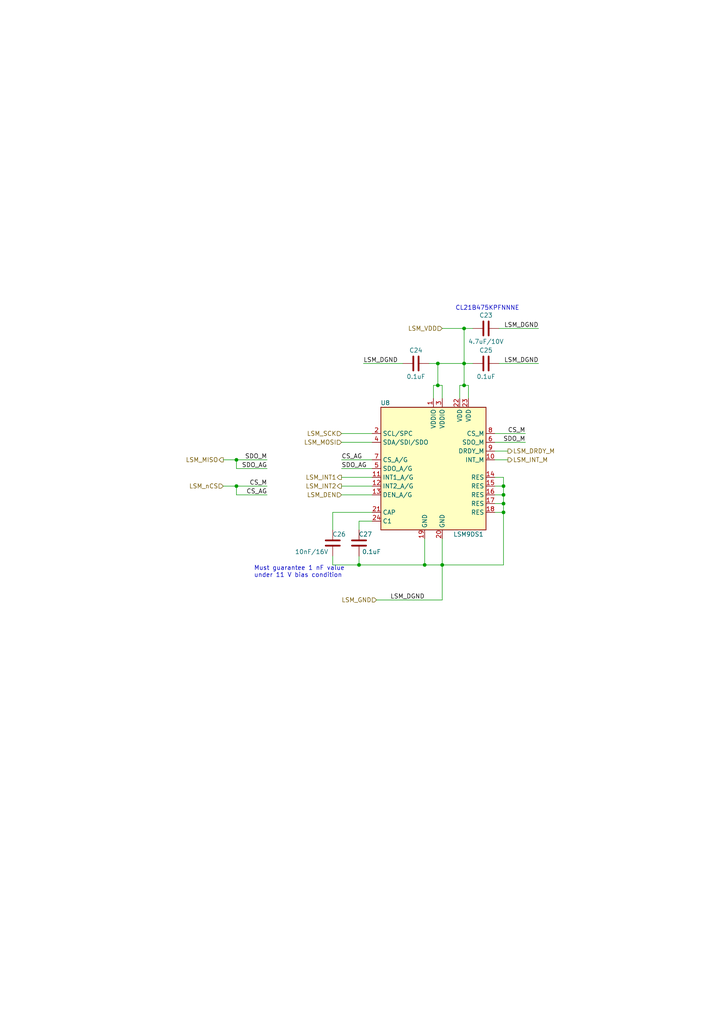
<source format=kicad_sch>
(kicad_sch (version 20211123) (generator eeschema)
  (paper "A4" portrait)
  (title_block (title "RasPi Zero NAV Hat") (date "2022-10-12") (rev "0.1") (company "chipiki.ru") (comment 1 "RasPi Zero NAV Hat") (comment 2 "Denis Tsekh"))
  (lib_symbols
    (symbol "Device:C" (pin_numbers hide) (pin_names (offset 0.254))
      (property "Reference" "C" (at 0.635 2.54 0))
      (property "Value" "C" (at 0.635 -2.54 0))
      (symbol "C_0_1"
        (polyline (pts (xy -2.032 -0.762) (xy 2.032 -0.762)) (stroke (width 0.508)))
        (polyline (pts (xy -2.032 0.762) (xy 2.032 0.762)) (stroke (width 0.508)))
      )
      (symbol "C_1_1"
        (pin passive line (at 0 3.81 270) (length 2.794) (name "~") (number "1"))
        (pin passive line (at 0 -3.81 90) (length 2.794) (name "~") (number "2"))
      )
    )
    (symbol "Sensor_Motion:LSM9DS1"
      (property "Reference" "U" (at -15.24 21.59 0))
      (property "Value" "LSM9DS1" (at -15.24 19.05 0))
      (symbol "LSM9DS1_0_1"
        (rectangle (start -15.24 17.78) (end 15.24 -17.78) (stroke (width 0.254)) (fill (type background)))
      )
      (symbol "LSM9DS1_1_1"
        (pin power_in line (at 0 20.32 270) (length 2.54) (name "VDDIO") (number "1"))
        (pin output line (at 17.78 2.54 180) (length 2.54) (name "INT_M") (number "10"))
        (pin output line (at -17.78 -2.54 0) (length 2.54) (name "INT1_A/G") (number "11"))
        (pin output line (at -17.78 -5.08 0) (length 2.54) (name "INT2_A/G") (number "12"))
        (pin input line (at -17.78 -7.62 0) (length 2.54) (name "DEN_A/G") (number "13"))
        (pin bidirectional line (at 17.78 -2.54 180) (length 2.54) (name "RES") (number "14"))
        (pin bidirectional line (at 17.78 -5.08 180) (length 2.54) (name "RES") (number "15"))
        (pin bidirectional line (at 17.78 -7.62 180) (length 2.54) (name "RES") (number "16"))
        (pin bidirectional line (at 17.78 -10.16 180) (length 2.54) (name "RES") (number "17"))
        (pin bidirectional line (at 17.78 -12.7 180) (length 2.54) (name "RES") (number "18"))
        (pin power_in line (at -2.54 -20.32 90) (length 2.54) (name "GND") (number "19"))
        (pin input line (at -17.78 10.16 0) (length 2.54) (name "SCL/SPC") (number "2"))
        (pin power_in line (at 2.54 -20.32 90) (length 2.54) (name "GND") (number "20"))
        (pin passive line (at -17.78 -12.7 0) (length 2.54) (name "CAP") (number "21"))
        (pin power_in line (at 7.62 20.32 270) (length 2.54) (name "VDD") (number "22"))
        (pin power_in line (at 10.16 20.32 270) (length 2.54) (name "VDD") (number "23"))
        (pin passive line (at -17.78 -15.24 0) (length 2.54) (name "C1") (number "24"))
        (pin power_in line (at 2.54 20.32 270) (length 2.54) (name "VDDIO") (number "3"))
        (pin bidirectional line (at -17.78 7.62 0) (length 2.54) (name "SDA/SDI/SDO") (number "4"))
        (pin output line (at -17.78 0 0) (length 2.54) (name "SDO_A/G") (number "5"))
        (pin output line (at 17.78 7.62 180) (length 2.54) (name "SDO_M") (number "6"))
        (pin input line (at -17.78 2.54 0) (length 2.54) (name "CS_A/G") (number "7"))
        (pin input line (at 17.78 10.16 180) (length 2.54) (name "CS_M") (number "8"))
        (pin output line (at 17.78 5.08 180) (length 2.54) (name "DRDY_M") (number "9"))
      )
    )
  )
  (junction (at 146.05 140.97))
  (junction (at 134.62 95.25))
  (junction (at 128.27 163.83))
  (junction (at 68.58 140.97))
  (junction (at 134.62 105.41))
  (junction (at 134.62 111.76))
  (junction (at 146.05 143.51))
  (junction (at 68.58 133.35))
  (junction (at 104.14 163.83))
  (junction (at 127 111.76))
  (junction (at 146.05 146.05))
  (junction (at 123.19 163.83))
  (junction (at 146.05 148.59))
  (junction (at 127 105.41))
  (wire (pts (xy 116.84 105.41) (xy 105.41 105.41)))
  (wire (pts (xy 123.19 163.83) (xy 128.27 163.83)))
  (wire (pts (xy 107.95 128.27) (xy 99.06 128.27)))
  (wire (pts (xy 137.16 105.41) (xy 134.62 105.41)))
  (wire (pts (xy 68.58 140.97) (xy 77.47 140.97)))
  (wire (pts (xy 104.14 161.29) (xy 104.14 163.83)))
  (wire (pts (xy 128.27 95.25) (xy 134.62 95.25)))
  (wire (pts (xy 143.51 130.81) (xy 147.32 130.81)))
  (wire (pts (xy 107.95 151.13) (xy 104.14 151.13)))
  (wire (pts (xy 144.78 95.25) (xy 156.21 95.25)))
  (wire (pts (xy 109.22 173.99) (xy 128.27 173.99)))
  (wire (pts (xy 64.77 133.35) (xy 68.58 133.35)))
  (wire (pts (xy 143.51 140.97) (xy 146.05 140.97)))
  (wire (pts (xy 146.05 163.83) (xy 146.05 148.59)))
  (wire (pts (xy 144.78 105.41) (xy 156.21 105.41)))
  (wire (pts (xy 143.51 146.05) (xy 146.05 146.05)))
  (wire (pts (xy 146.05 138.43) (xy 146.05 140.97)))
  (wire (pts (xy 146.05 140.97) (xy 146.05 143.51)))
  (wire (pts (xy 135.89 111.76) (xy 135.89 115.57)))
  (wire (pts (xy 128.27 173.99) (xy 128.27 163.83)))
  (wire (pts (xy 107.95 125.73) (xy 99.06 125.73)))
  (wire (pts (xy 107.95 148.59) (xy 96.52 148.59)))
  (wire (pts (xy 133.35 111.76) (xy 134.62 111.76)))
  (wire (pts (xy 143.51 133.35) (xy 147.32 133.35)))
  (wire (pts (xy 146.05 146.05) (xy 146.05 148.59)))
  (wire (pts (xy 146.05 148.59) (xy 143.51 148.59)))
  (wire (pts (xy 127 105.41) (xy 134.62 105.41)))
  (wire (pts (xy 125.73 115.57) (xy 125.73 111.76)))
  (wire (pts (xy 134.62 95.25) (xy 137.16 95.25)))
  (wire (pts (xy 68.58 133.35) (xy 77.47 133.35)))
  (wire (pts (xy 127 111.76) (xy 128.27 111.76)))
  (wire (pts (xy 123.19 156.21) (xy 123.19 163.83)))
  (wire (pts (xy 77.47 135.89) (xy 68.58 135.89)))
  (wire (pts (xy 68.58 135.89) (xy 68.58 133.35)))
  (wire (pts (xy 134.62 105.41) (xy 134.62 95.25)))
  (wire (pts (xy 96.52 161.29) (xy 96.52 163.83)))
  (wire (pts (xy 107.95 135.89) (xy 99.06 135.89)))
  (wire (pts (xy 143.51 125.73) (xy 152.4 125.73)))
  (wire (pts (xy 128.27 163.83) (xy 146.05 163.83)))
  (wire (pts (xy 134.62 105.41) (xy 134.62 111.76)))
  (wire (pts (xy 125.73 111.76) (xy 127 111.76)))
  (wire (pts (xy 134.62 111.76) (xy 135.89 111.76)))
  (wire (pts (xy 143.51 143.51) (xy 146.05 143.51)))
  (wire (pts (xy 124.46 105.41) (xy 127 105.41)))
  (wire (pts (xy 107.95 140.97) (xy 99.06 140.97)))
  (wire (pts (xy 68.58 143.51) (xy 77.47 143.51)))
  (wire (pts (xy 133.35 115.57) (xy 133.35 111.76)))
  (wire (pts (xy 96.52 163.83) (xy 104.14 163.83)))
  (wire (pts (xy 107.95 143.51) (xy 99.06 143.51)))
  (wire (pts (xy 107.95 138.43) (xy 99.06 138.43)))
  (wire (pts (xy 96.52 148.59) (xy 96.52 153.67)))
  (wire (pts (xy 146.05 143.51) (xy 146.05 146.05)))
  (wire (pts (xy 104.14 163.83) (xy 123.19 163.83)))
  (wire (pts (xy 143.51 128.27) (xy 152.4 128.27)))
  (wire (pts (xy 64.77 140.97) (xy 68.58 140.97)))
  (wire (pts (xy 107.95 133.35) (xy 99.06 133.35)))
  (wire (pts (xy 128.27 163.83) (xy 128.27 156.21)))
  (wire (pts (xy 68.58 143.51) (xy 68.58 140.97)))
  (wire (pts (xy 104.14 151.13) (xy 104.14 153.67)))
  (wire (pts (xy 128.27 111.76) (xy 128.27 115.57)))
  (wire (pts (xy 127 105.41) (xy 127 111.76)))
  (wire (pts (xy 143.51 138.43) (xy 146.05 138.43)))
  (text "Must guarantee 1 nF value\nunder 11 V bias condition" (at 73.66 167.64 0) (effects (font (size 1.27 1.27)) (justify left bottom)))
  (text "CL21B475KPFNNNE" (at 132.08 90.17 0) (effects (font (size 1.27 1.27)) (justify left bottom)))
  (label "LSM_DGND" (at 156.21 105.41 180))
  (label "CS_M" (at 152.4 125.73 180))
  (label "LSM_DGND" (at 123.19 173.99 180))
  (label "SDO_M" (at 152.4 128.27 180))
  (label "CS_AG" (at 77.47 143.51 180))
  (label "SDO_AG" (at 77.47 135.89 180))
  (label "LSM_DGND" (at 105.41 105.41 0))
  (label "CS_AG" (at 99.06 133.35 0))
  (label "SDO_M" (at 77.47 133.35 180))
  (label "SDO_AG" (at 99.06 135.89 0))
  (label "LSM_DGND" (at 156.21 95.25 180))
  (label "CS_M" (at 77.47 140.97 180))
  (hierarchical_label "LSM_MOSI" (shape input) (at 99.06 128.27 180))
  (hierarchical_label "LSM_MISO" (shape output) (at 64.77 133.35 180))
  (hierarchical_label "LSM_INT2" (shape output) (at 99.06 140.97 180))
  (hierarchical_label "LSM_DEN" (shape input) (at 99.06 143.51 180))
  (hierarchical_label "LSM_DRDY_M" (shape output) (at 147.32 130.81 0))
  (hierarchical_label "LSM_INT1" (shape output) (at 99.06 138.43 180))
  (hierarchical_label "LSM_VDD" (shape input) (at 128.27 95.25 180))
  (hierarchical_label "LSM_GND" (shape input) (at 109.22 173.99 180))
  (hierarchical_label "LSM_nCS" (shape input) (at 64.77 140.97 180))
  (hierarchical_label "LSM_INT_M" (shape output) (at 147.32 133.35 0))
  (hierarchical_label "LSM_SCK" (shape input) (at 99.06 125.73 180))
  (symbol (lib_id "Device:C") (at 140.97 95.25 90) (unit 1)
    (property "Reference" "C23" (at 140.97 91.44 90))
    (property "Value" "4.7uF/10V" (at 140.97 99.06 90))
    (property "Footprint" "Capacitor_SMD:C_0805_2012Metric" (effects hide))
    (property "URL" "https://www.terraelectronica.ru/product/1641498" (effects hide))
  )
  (symbol (lib_id "Device:C") (at 104.14 157.48 0) (mirror y) (unit 1)
    (property "Reference" "C27" (at 107.95 154.94 0) (effects (justify left)))
    (property "Value" "0.1uF" (at 110.49 160.02 0) (effects (justify left)))
    (property "Footprint" "Capacitor_SMD:C_0603_1608Metric" (effects hide))
  )
  (symbol (lib_id "Device:C") (at 96.52 157.48 0) (mirror y) (unit 1)
    (property "Reference" "C26" (at 100.33 154.94 0) (effects (justify left)))
    (property "Value" "10nF/16V" (at 95.25 160.02 0) (effects (justify left)))
    (property "Footprint" "Capacitor_SMD:C_0603_1608Metric" (effects hide))
  )
  (symbol (lib_id "Device:C") (at 120.65 105.41 270) (mirror x) (unit 1)
    (property "Reference" "C24" (at 120.65 101.6 90))
    (property "Value" "0.1uF" (at 120.65 109.22 90))
    (property "Footprint" "Capacitor_SMD:C_0603_1608Metric" (effects hide))
  )
  (symbol (lib_id "Device:C") (at 140.97 105.41 90) (mirror x) (unit 1)
    (property "Reference" "C25" (at 140.97 101.6 90))
    (property "Value" "0.1uF" (at 140.97 109.22 90))
    (property "Footprint" "Capacitor_SMD:C_0603_1608Metric" (effects hide))
  )
  (symbol (lib_id "Sensor_Motion:LSM9DS1") (at 125.73 135.89 0) (unit 1)
    (property "Reference" "U8" (at 111.76 116.84 0))
    (property "Value" "LSM9DS1" (at 135.89 154.94 0))
    (property "Footprint" "Package_LGA:LGA-24L_3x3.5mm_P0.43mm" (effects hide))
    (property "Datasheet" "http://www.st.com/content/ccc/resource/technical/document/datasheet/1e/3f/2a/d6/25/eb/48/46/DM00103319.pdf/files/DM00103319.pdf/jcr:content/translations/en.DM00103319.pdf" (effects hide))
  )
)
</source>
